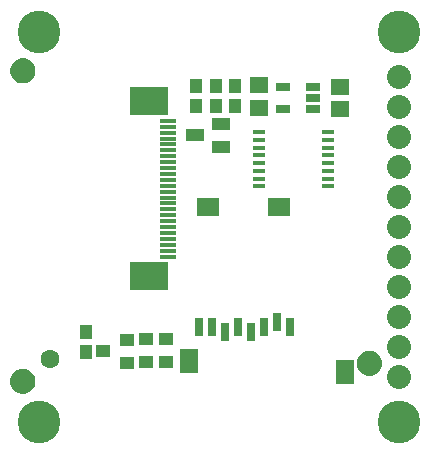
<source format=gbr>
G04 EAGLE Gerber RS-274X export*
G75*
%MOMM*%
%FSLAX34Y34*%
%LPD*%
%INSoldermask Top*%
%IPPOS*%
%AMOC8*
5,1,8,0,0,1.08239X$1,22.5*%
G01*
%ADD10R,1.501600X2.001600*%
%ADD11R,1.901600X1.501600*%
%ADD12R,0.801600X1.601600*%
%ADD13R,1.301600X0.651600*%
%ADD14R,1.601600X1.341600*%
%ADD15R,1.176600X1.101600*%
%ADD16C,3.617600*%
%ADD17C,2.032000*%
%ADD18R,1.301600X1.101600*%
%ADD19R,1.101600X1.176600*%
%ADD20R,1.092200X0.406400*%
%ADD21R,1.351600X0.381600*%
%ADD22R,3.201600X2.401600*%
%ADD23R,1.501600X1.101600*%
%ADD24C,1.601600*%

G36*
X13857Y261300D02*
X13857Y261300D01*
X13900Y261312D01*
X13966Y261319D01*
X15649Y261770D01*
X15690Y261789D01*
X15753Y261808D01*
X17333Y262545D01*
X17370Y262571D01*
X17429Y262600D01*
X18857Y263600D01*
X18888Y263632D01*
X18941Y263671D01*
X20174Y264904D01*
X20199Y264940D01*
X20245Y264988D01*
X21245Y266416D01*
X21263Y266457D01*
X21300Y266512D01*
X22037Y268092D01*
X22048Y268135D01*
X22075Y268196D01*
X22526Y269879D01*
X22528Y269911D01*
X22535Y269932D01*
X22535Y269947D01*
X22545Y269988D01*
X22697Y271725D01*
X22693Y271769D01*
X22697Y271835D01*
X22545Y273572D01*
X22533Y273615D01*
X22526Y273681D01*
X22075Y275364D01*
X22056Y275405D01*
X22037Y275468D01*
X21300Y277048D01*
X21274Y277085D01*
X21245Y277144D01*
X20245Y278572D01*
X20213Y278603D01*
X20174Y278656D01*
X18941Y279889D01*
X18905Y279914D01*
X18857Y279960D01*
X17429Y280960D01*
X17388Y280978D01*
X17333Y281015D01*
X15753Y281752D01*
X15710Y281763D01*
X15649Y281790D01*
X13966Y282241D01*
X13921Y282244D01*
X13857Y282260D01*
X12120Y282412D01*
X12076Y282408D01*
X12010Y282412D01*
X10273Y282260D01*
X10230Y282248D01*
X10164Y282241D01*
X8481Y281790D01*
X8440Y281771D01*
X8377Y281752D01*
X6797Y281015D01*
X6760Y280989D01*
X6701Y280960D01*
X5273Y279960D01*
X5242Y279928D01*
X5189Y279889D01*
X3956Y278656D01*
X3931Y278620D01*
X3885Y278572D01*
X2885Y277144D01*
X2867Y277103D01*
X2830Y277048D01*
X2093Y275468D01*
X2082Y275425D01*
X2055Y275364D01*
X1604Y273681D01*
X1601Y273636D01*
X1585Y273572D01*
X1433Y271835D01*
X1437Y271791D01*
X1433Y271725D01*
X1585Y269988D01*
X1597Y269945D01*
X1601Y269911D01*
X1601Y269895D01*
X1603Y269890D01*
X1604Y269879D01*
X2055Y268196D01*
X2074Y268155D01*
X2093Y268092D01*
X2830Y266512D01*
X2856Y266475D01*
X2885Y266416D01*
X3885Y264988D01*
X3917Y264957D01*
X3956Y264904D01*
X5189Y263671D01*
X5225Y263646D01*
X5273Y263600D01*
X6701Y262600D01*
X6742Y262582D01*
X6797Y262545D01*
X8377Y261808D01*
X8420Y261797D01*
X8481Y261770D01*
X10164Y261319D01*
X10209Y261316D01*
X10273Y261300D01*
X12010Y261148D01*
X12054Y261152D01*
X12120Y261148D01*
X13857Y261300D01*
G37*
G36*
X307227Y13650D02*
X307227Y13650D01*
X307270Y13662D01*
X307336Y13669D01*
X309019Y14120D01*
X309060Y14139D01*
X309123Y14158D01*
X310703Y14895D01*
X310740Y14921D01*
X310799Y14950D01*
X312227Y15950D01*
X312258Y15982D01*
X312311Y16021D01*
X313544Y17254D01*
X313569Y17290D01*
X313615Y17338D01*
X314615Y18766D01*
X314633Y18807D01*
X314670Y18862D01*
X315407Y20442D01*
X315418Y20485D01*
X315445Y20546D01*
X315896Y22229D01*
X315898Y22261D01*
X315905Y22282D01*
X315905Y22297D01*
X315915Y22338D01*
X316067Y24075D01*
X316063Y24119D01*
X316067Y24185D01*
X315915Y25922D01*
X315903Y25965D01*
X315896Y26031D01*
X315445Y27714D01*
X315426Y27755D01*
X315407Y27818D01*
X314670Y29398D01*
X314644Y29435D01*
X314615Y29494D01*
X313615Y30922D01*
X313583Y30953D01*
X313544Y31006D01*
X312311Y32239D01*
X312275Y32264D01*
X312227Y32310D01*
X310799Y33310D01*
X310758Y33328D01*
X310703Y33365D01*
X309123Y34102D01*
X309080Y34113D01*
X309019Y34140D01*
X307336Y34591D01*
X307291Y34594D01*
X307227Y34610D01*
X305490Y34762D01*
X305446Y34758D01*
X305380Y34762D01*
X303643Y34610D01*
X303600Y34598D01*
X303534Y34591D01*
X301851Y34140D01*
X301810Y34121D01*
X301747Y34102D01*
X300167Y33365D01*
X300130Y33339D01*
X300071Y33310D01*
X298643Y32310D01*
X298612Y32278D01*
X298559Y32239D01*
X297326Y31006D01*
X297301Y30970D01*
X297255Y30922D01*
X296255Y29494D01*
X296237Y29453D01*
X296200Y29398D01*
X295463Y27818D01*
X295452Y27775D01*
X295425Y27714D01*
X294974Y26031D01*
X294971Y25986D01*
X294955Y25922D01*
X294803Y24185D01*
X294807Y24141D01*
X294803Y24075D01*
X294955Y22338D01*
X294967Y22295D01*
X294971Y22261D01*
X294971Y22245D01*
X294973Y22240D01*
X294974Y22229D01*
X295425Y20546D01*
X295444Y20505D01*
X295463Y20442D01*
X296200Y18862D01*
X296226Y18825D01*
X296255Y18766D01*
X297255Y17338D01*
X297287Y17307D01*
X297326Y17254D01*
X298559Y16021D01*
X298595Y15996D01*
X298643Y15950D01*
X300071Y14950D01*
X300112Y14932D01*
X300167Y14895D01*
X301747Y14158D01*
X301790Y14147D01*
X301851Y14120D01*
X303534Y13669D01*
X303579Y13666D01*
X303643Y13650D01*
X305380Y13498D01*
X305424Y13502D01*
X305490Y13498D01*
X307227Y13650D01*
G37*
G36*
X13857Y-1590D02*
X13857Y-1590D01*
X13900Y-1578D01*
X13966Y-1571D01*
X15649Y-1120D01*
X15690Y-1101D01*
X15753Y-1082D01*
X17333Y-345D01*
X17370Y-319D01*
X17429Y-290D01*
X18857Y710D01*
X18888Y742D01*
X18941Y781D01*
X20174Y2014D01*
X20199Y2050D01*
X20245Y2098D01*
X21245Y3526D01*
X21263Y3567D01*
X21300Y3622D01*
X22037Y5202D01*
X22048Y5245D01*
X22075Y5306D01*
X22526Y6989D01*
X22528Y7021D01*
X22535Y7042D01*
X22535Y7057D01*
X22545Y7098D01*
X22697Y8835D01*
X22693Y8879D01*
X22697Y8945D01*
X22545Y10682D01*
X22533Y10725D01*
X22526Y10791D01*
X22075Y12474D01*
X22056Y12515D01*
X22037Y12578D01*
X21300Y14158D01*
X21274Y14195D01*
X21245Y14254D01*
X20245Y15682D01*
X20213Y15713D01*
X20174Y15766D01*
X18941Y16999D01*
X18905Y17024D01*
X18857Y17070D01*
X17429Y18070D01*
X17388Y18088D01*
X17333Y18125D01*
X15753Y18862D01*
X15710Y18873D01*
X15649Y18900D01*
X13966Y19351D01*
X13921Y19354D01*
X13857Y19370D01*
X12120Y19522D01*
X12076Y19518D01*
X12010Y19522D01*
X10273Y19370D01*
X10230Y19358D01*
X10164Y19351D01*
X8481Y18900D01*
X8440Y18881D01*
X8377Y18862D01*
X6797Y18125D01*
X6760Y18099D01*
X6701Y18070D01*
X5273Y17070D01*
X5242Y17038D01*
X5189Y16999D01*
X3956Y15766D01*
X3931Y15730D01*
X3885Y15682D01*
X2885Y14254D01*
X2867Y14213D01*
X2830Y14158D01*
X2093Y12578D01*
X2082Y12535D01*
X2055Y12474D01*
X1604Y10791D01*
X1601Y10746D01*
X1585Y10682D01*
X1433Y8945D01*
X1437Y8901D01*
X1433Y8835D01*
X1585Y7098D01*
X1597Y7055D01*
X1601Y7021D01*
X1601Y7005D01*
X1603Y7000D01*
X1604Y6989D01*
X2055Y5306D01*
X2074Y5265D01*
X2093Y5202D01*
X2830Y3622D01*
X2856Y3585D01*
X2885Y3526D01*
X3885Y2098D01*
X3917Y2067D01*
X3956Y2014D01*
X5189Y781D01*
X5225Y756D01*
X5273Y710D01*
X6701Y-290D01*
X6742Y-308D01*
X6797Y-345D01*
X8377Y-1082D01*
X8420Y-1093D01*
X8481Y-1120D01*
X10164Y-1571D01*
X10209Y-1574D01*
X10273Y-1590D01*
X12010Y-1742D01*
X12054Y-1738D01*
X12120Y-1742D01*
X13857Y-1590D01*
G37*
D10*
X152590Y25890D03*
X284590Y16890D03*
D11*
X168590Y156890D03*
X228590Y156890D03*
D12*
X161590Y54890D03*
X172590Y54890D03*
X183590Y50890D03*
X194590Y54890D03*
X205590Y50890D03*
X216590Y54890D03*
X227590Y58890D03*
X238590Y54890D03*
D13*
X258110Y239420D03*
X258110Y248920D03*
X258110Y258420D03*
X232110Y258420D03*
X232110Y239420D03*
D14*
X280670Y258420D03*
X280670Y239420D03*
X212090Y240690D03*
X212090Y259690D03*
D15*
X132960Y44450D03*
X115960Y44450D03*
D16*
X25400Y304800D03*
X25400Y-25400D03*
X330200Y304800D03*
X330200Y-25400D03*
D17*
X330200Y266700D03*
X330200Y241300D03*
X330200Y215900D03*
X330200Y190500D03*
X330200Y165100D03*
X330200Y139700D03*
X330200Y114300D03*
X330200Y88900D03*
X330200Y63500D03*
X330200Y38100D03*
X330200Y12700D03*
D15*
X115960Y25400D03*
X132960Y25400D03*
D18*
X80170Y34290D03*
X100170Y43790D03*
X100170Y24790D03*
D19*
X175260Y241690D03*
X175260Y258690D03*
X158750Y241690D03*
X158750Y258690D03*
X191770Y241690D03*
X191770Y258690D03*
D20*
X212122Y219600D03*
X212122Y213100D03*
X212122Y206600D03*
X212122Y200100D03*
X212122Y193600D03*
X212122Y187100D03*
X212122Y180600D03*
X212122Y174100D03*
X270478Y174100D03*
X270478Y180600D03*
X270478Y187100D03*
X270478Y193600D03*
X270478Y200100D03*
X270478Y206600D03*
X270478Y213100D03*
X270478Y219600D03*
D19*
X65405Y34045D03*
X65405Y51045D03*
D21*
X135050Y114455D03*
X135050Y119455D03*
X135050Y124455D03*
X135050Y129455D03*
X135050Y134455D03*
X135050Y139455D03*
X135050Y144455D03*
X135050Y149455D03*
X135050Y154455D03*
X135050Y159455D03*
X135050Y164455D03*
X135050Y169455D03*
X135050Y174455D03*
X135050Y179455D03*
X135050Y184455D03*
X135050Y189455D03*
X135050Y194455D03*
X135050Y199455D03*
X135050Y204455D03*
X135050Y209455D03*
X135050Y214455D03*
X135050Y219455D03*
X135050Y224455D03*
X135050Y229455D03*
D22*
X118490Y246155D03*
X118490Y97755D03*
D23*
X157910Y217170D03*
X179910Y226670D03*
X179910Y207670D03*
D24*
X34925Y27940D03*
M02*

</source>
